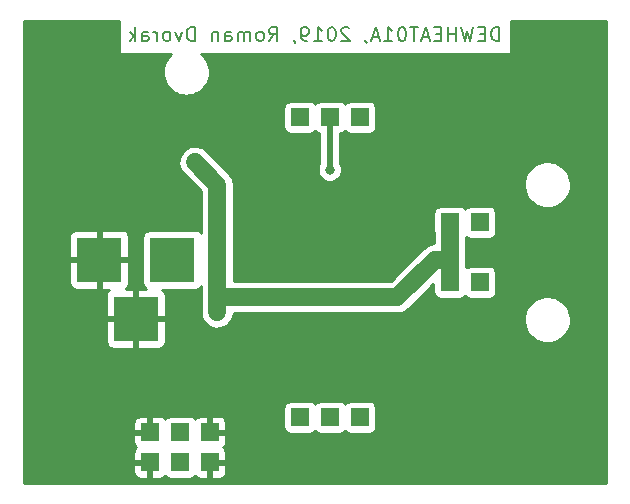
<source format=gbr>
G04 #@! TF.GenerationSoftware,KiCad,Pcbnew,5.99.0-unknown-d20d310~100~ubuntu19.10.1*
G04 #@! TF.CreationDate,2019-12-12T13:35:59+01:00*
G04 #@! TF.ProjectId,DEWHEAT,44455748-4541-4542-9e6b-696361645f70,rev?*
G04 #@! TF.SameCoordinates,Original*
G04 #@! TF.FileFunction,Copper,L2,Bot*
G04 #@! TF.FilePolarity,Positive*
%FSLAX46Y46*%
G04 Gerber Fmt 4.6, Leading zero omitted, Abs format (unit mm)*
G04 Created by KiCad (PCBNEW 5.99.0-unknown-d20d310~100~ubuntu19.10.1) date 2019-12-12 13:35:59*
%MOMM*%
%LPD*%
G04 APERTURE LIST*
%ADD10C,0.200000*%
%ADD11R,3.810000X3.810000*%
%ADD12R,1.524000X1.524000*%
%ADD13C,6.000000*%
%ADD14C,0.800000*%
%ADD15C,0.500000*%
%ADD16C,1.500000*%
%ADD17C,0.254000*%
G04 APERTURE END LIST*
D10*
X107040000Y-50707857D02*
X107040000Y-49507857D01*
X106754285Y-49507857D01*
X106582857Y-49565000D01*
X106468571Y-49679285D01*
X106411428Y-49793571D01*
X106354285Y-50022142D01*
X106354285Y-50193571D01*
X106411428Y-50422142D01*
X106468571Y-50536428D01*
X106582857Y-50650714D01*
X106754285Y-50707857D01*
X107040000Y-50707857D01*
X105840000Y-50079285D02*
X105440000Y-50079285D01*
X105268571Y-50707857D02*
X105840000Y-50707857D01*
X105840000Y-49507857D01*
X105268571Y-49507857D01*
X104868571Y-49507857D02*
X104582857Y-50707857D01*
X104354285Y-49850714D01*
X104125714Y-50707857D01*
X103840000Y-49507857D01*
X103382857Y-50707857D02*
X103382857Y-49507857D01*
X103382857Y-50079285D02*
X102697142Y-50079285D01*
X102697142Y-50707857D02*
X102697142Y-49507857D01*
X102125714Y-50079285D02*
X101725714Y-50079285D01*
X101554285Y-50707857D02*
X102125714Y-50707857D01*
X102125714Y-49507857D01*
X101554285Y-49507857D01*
X101097142Y-50365000D02*
X100525714Y-50365000D01*
X101211428Y-50707857D02*
X100811428Y-49507857D01*
X100411428Y-50707857D01*
X100182857Y-49507857D02*
X99497142Y-49507857D01*
X99840000Y-50707857D02*
X99840000Y-49507857D01*
X98868571Y-49507857D02*
X98754285Y-49507857D01*
X98640000Y-49565000D01*
X98582857Y-49622142D01*
X98525714Y-49736428D01*
X98468571Y-49965000D01*
X98468571Y-50250714D01*
X98525714Y-50479285D01*
X98582857Y-50593571D01*
X98640000Y-50650714D01*
X98754285Y-50707857D01*
X98868571Y-50707857D01*
X98982857Y-50650714D01*
X99040000Y-50593571D01*
X99097142Y-50479285D01*
X99154285Y-50250714D01*
X99154285Y-49965000D01*
X99097142Y-49736428D01*
X99040000Y-49622142D01*
X98982857Y-49565000D01*
X98868571Y-49507857D01*
X97325714Y-50707857D02*
X98011428Y-50707857D01*
X97668571Y-50707857D02*
X97668571Y-49507857D01*
X97782857Y-49679285D01*
X97897142Y-49793571D01*
X98011428Y-49850714D01*
X96868571Y-50365000D02*
X96297142Y-50365000D01*
X96982857Y-50707857D02*
X96582857Y-49507857D01*
X96182857Y-50707857D01*
X95725714Y-50650714D02*
X95725714Y-50707857D01*
X95782857Y-50822142D01*
X95840000Y-50879285D01*
X94354285Y-49622142D02*
X94297142Y-49565000D01*
X94182857Y-49507857D01*
X93897142Y-49507857D01*
X93782857Y-49565000D01*
X93725714Y-49622142D01*
X93668571Y-49736428D01*
X93668571Y-49850714D01*
X93725714Y-50022142D01*
X94411428Y-50707857D01*
X93668571Y-50707857D01*
X92925714Y-49507857D02*
X92811428Y-49507857D01*
X92697142Y-49565000D01*
X92640000Y-49622142D01*
X92582857Y-49736428D01*
X92525714Y-49965000D01*
X92525714Y-50250714D01*
X92582857Y-50479285D01*
X92640000Y-50593571D01*
X92697142Y-50650714D01*
X92811428Y-50707857D01*
X92925714Y-50707857D01*
X93040000Y-50650714D01*
X93097142Y-50593571D01*
X93154285Y-50479285D01*
X93211428Y-50250714D01*
X93211428Y-49965000D01*
X93154285Y-49736428D01*
X93097142Y-49622142D01*
X93040000Y-49565000D01*
X92925714Y-49507857D01*
X91382857Y-50707857D02*
X92068571Y-50707857D01*
X91725714Y-50707857D02*
X91725714Y-49507857D01*
X91840000Y-49679285D01*
X91954285Y-49793571D01*
X92068571Y-49850714D01*
X90811428Y-50707857D02*
X90582857Y-50707857D01*
X90468571Y-50650714D01*
X90411428Y-50593571D01*
X90297142Y-50422142D01*
X90240000Y-50193571D01*
X90240000Y-49736428D01*
X90297142Y-49622142D01*
X90354285Y-49565000D01*
X90468571Y-49507857D01*
X90697142Y-49507857D01*
X90811428Y-49565000D01*
X90868571Y-49622142D01*
X90925714Y-49736428D01*
X90925714Y-50022142D01*
X90868571Y-50136428D01*
X90811428Y-50193571D01*
X90697142Y-50250714D01*
X90468571Y-50250714D01*
X90354285Y-50193571D01*
X90297142Y-50136428D01*
X90240000Y-50022142D01*
X89668571Y-50650714D02*
X89668571Y-50707857D01*
X89725714Y-50822142D01*
X89782857Y-50879285D01*
X87554285Y-50707857D02*
X87954285Y-50136428D01*
X88240000Y-50707857D02*
X88240000Y-49507857D01*
X87782857Y-49507857D01*
X87668571Y-49565000D01*
X87611428Y-49622142D01*
X87554285Y-49736428D01*
X87554285Y-49907857D01*
X87611428Y-50022142D01*
X87668571Y-50079285D01*
X87782857Y-50136428D01*
X88240000Y-50136428D01*
X86868571Y-50707857D02*
X86982857Y-50650714D01*
X87040000Y-50593571D01*
X87097142Y-50479285D01*
X87097142Y-50136428D01*
X87040000Y-50022142D01*
X86982857Y-49965000D01*
X86868571Y-49907857D01*
X86697142Y-49907857D01*
X86582857Y-49965000D01*
X86525714Y-50022142D01*
X86468571Y-50136428D01*
X86468571Y-50479285D01*
X86525714Y-50593571D01*
X86582857Y-50650714D01*
X86697142Y-50707857D01*
X86868571Y-50707857D01*
X85954285Y-50707857D02*
X85954285Y-49907857D01*
X85954285Y-50022142D02*
X85897142Y-49965000D01*
X85782857Y-49907857D01*
X85611428Y-49907857D01*
X85497142Y-49965000D01*
X85440000Y-50079285D01*
X85440000Y-50707857D01*
X85440000Y-50079285D02*
X85382857Y-49965000D01*
X85268571Y-49907857D01*
X85097142Y-49907857D01*
X84982857Y-49965000D01*
X84925714Y-50079285D01*
X84925714Y-50707857D01*
X83840000Y-50707857D02*
X83840000Y-50079285D01*
X83897142Y-49965000D01*
X84011428Y-49907857D01*
X84240000Y-49907857D01*
X84354285Y-49965000D01*
X83840000Y-50650714D02*
X83954285Y-50707857D01*
X84240000Y-50707857D01*
X84354285Y-50650714D01*
X84411428Y-50536428D01*
X84411428Y-50422142D01*
X84354285Y-50307857D01*
X84240000Y-50250714D01*
X83954285Y-50250714D01*
X83840000Y-50193571D01*
X83268571Y-49907857D02*
X83268571Y-50707857D01*
X83268571Y-50022142D02*
X83211428Y-49965000D01*
X83097142Y-49907857D01*
X82925714Y-49907857D01*
X82811428Y-49965000D01*
X82754285Y-50079285D01*
X82754285Y-50707857D01*
X81268571Y-50707857D02*
X81268571Y-49507857D01*
X80982857Y-49507857D01*
X80811428Y-49565000D01*
X80697142Y-49679285D01*
X80640000Y-49793571D01*
X80582857Y-50022142D01*
X80582857Y-50193571D01*
X80640000Y-50422142D01*
X80697142Y-50536428D01*
X80811428Y-50650714D01*
X80982857Y-50707857D01*
X81268571Y-50707857D01*
X80182857Y-49907857D02*
X79897142Y-50707857D01*
X79611428Y-49907857D01*
X78982857Y-50707857D02*
X79097142Y-50650714D01*
X79154285Y-50593571D01*
X79211428Y-50479285D01*
X79211428Y-50136428D01*
X79154285Y-50022142D01*
X79097142Y-49965000D01*
X78982857Y-49907857D01*
X78811428Y-49907857D01*
X78697142Y-49965000D01*
X78640000Y-50022142D01*
X78582857Y-50136428D01*
X78582857Y-50479285D01*
X78640000Y-50593571D01*
X78697142Y-50650714D01*
X78811428Y-50707857D01*
X78982857Y-50707857D01*
X78068571Y-50707857D02*
X78068571Y-49907857D01*
X78068571Y-50136428D02*
X78011428Y-50022142D01*
X77954285Y-49965000D01*
X77840000Y-49907857D01*
X77725714Y-49907857D01*
X76811428Y-50707857D02*
X76811428Y-50079285D01*
X76868571Y-49965000D01*
X76982857Y-49907857D01*
X77211428Y-49907857D01*
X77325714Y-49965000D01*
X76811428Y-50650714D02*
X76925714Y-50707857D01*
X77211428Y-50707857D01*
X77325714Y-50650714D01*
X77382857Y-50536428D01*
X77382857Y-50422142D01*
X77325714Y-50307857D01*
X77211428Y-50250714D01*
X76925714Y-50250714D01*
X76811428Y-50193571D01*
X76240000Y-50707857D02*
X76240000Y-49507857D01*
X76125714Y-50250714D02*
X75782857Y-50707857D01*
X75782857Y-49907857D02*
X76240000Y-50365000D01*
D11*
X76275000Y-74215000D03*
X79375000Y-69215000D03*
X73175000Y-69215000D03*
D12*
X95250000Y-57150000D03*
X92710000Y-57150000D03*
X90170000Y-57150000D03*
X90170000Y-82550000D03*
X92710000Y-82550000D03*
X95250000Y-82550000D03*
D13*
X111760000Y-53340000D03*
X71120000Y-83820000D03*
X71120000Y-53340000D03*
X111760000Y-83820000D03*
D12*
X102870000Y-66040000D03*
X105410000Y-66040000D03*
X102870000Y-71120000D03*
X105410000Y-71120000D03*
X82550000Y-83820000D03*
X82550000Y-86360000D03*
X80010000Y-83820000D03*
X80010000Y-86360000D03*
X77470000Y-83820000D03*
X77470000Y-86360000D03*
D14*
X92710000Y-61587000D03*
X83185000Y-73660000D03*
X81280000Y-60960000D03*
X83185000Y-72390000D03*
X103505000Y-62865000D03*
X103505000Y-61595000D03*
X105410000Y-63500000D03*
X99060000Y-77470000D03*
X99060000Y-76200000D03*
X99060000Y-74930000D03*
D15*
X92710000Y-61587000D02*
X92710000Y-57150000D01*
X92710000Y-57150000D02*
X92710000Y-58412000D01*
D16*
X83185000Y-72390000D02*
X83185000Y-73660000D01*
X83185000Y-72390000D02*
X98425000Y-72390000D01*
X98425000Y-72390000D02*
X101600000Y-69215000D01*
X101600000Y-69215000D02*
X102870000Y-69215000D01*
X102870000Y-69215000D02*
X102870000Y-70485000D01*
X102870000Y-69215000D02*
X102870000Y-67390001D01*
X102870000Y-67390001D02*
X102870000Y-66040000D01*
X83185000Y-62865000D02*
X81280000Y-60960000D01*
X83185000Y-72390000D02*
X83185000Y-62865000D01*
G36*
X74820286Y-51817000D02*
G01*
X79274647Y-51817000D01*
X79097488Y-51980763D01*
X78916487Y-52204679D01*
X78769707Y-52452379D01*
X78660221Y-52718672D01*
X78590322Y-52997981D01*
X78561475Y-53284456D01*
X78574286Y-53572093D01*
X78628483Y-53854869D01*
X78722935Y-54126859D01*
X78855659Y-54382365D01*
X79023878Y-54616036D01*
X79224067Y-54822976D01*
X79452032Y-54998849D01*
X79702997Y-55139973D01*
X79971706Y-55243389D01*
X80252529Y-55306933D01*
X80539584Y-55329272D01*
X80826857Y-55309941D01*
X81108330Y-55249341D01*
X81378107Y-55148744D01*
X81630537Y-55010256D01*
X81860331Y-54836780D01*
X82062676Y-54631948D01*
X82233333Y-54400051D01*
X82368726Y-54145948D01*
X82466020Y-53874962D01*
X82523517Y-53591088D01*
X82534455Y-53199467D01*
X82492894Y-52912827D01*
X82410879Y-52636832D01*
X82289881Y-52375568D01*
X82132435Y-52134507D01*
X81941840Y-51918700D01*
X81821708Y-51817000D01*
X108059715Y-51817000D01*
X108059715Y-49021000D01*
X116079000Y-49021000D01*
X116079000Y-88139000D01*
X66801000Y-88139000D01*
X66801000Y-86488000D01*
X76066163Y-86488000D01*
X76066163Y-87138588D01*
X76146795Y-87439512D01*
X76294185Y-87615165D01*
X76487814Y-87726956D01*
X76696976Y-87763837D01*
X77342000Y-87763837D01*
X77342000Y-86488000D01*
X76066163Y-86488000D01*
X66801000Y-86488000D01*
X66801000Y-83948000D01*
X76066163Y-83948000D01*
X76066163Y-84598588D01*
X76146795Y-84899512D01*
X76294185Y-85075165D01*
X76324146Y-85092463D01*
X76214835Y-85184185D01*
X76103044Y-85377814D01*
X76066163Y-85586976D01*
X76066163Y-86232000D01*
X77598000Y-86232000D01*
X77598000Y-87763837D01*
X78248588Y-87763837D01*
X78549512Y-87683205D01*
X78725165Y-87535815D01*
X78742463Y-87505854D01*
X78834185Y-87615165D01*
X79027814Y-87726956D01*
X79236976Y-87763837D01*
X80788588Y-87763837D01*
X81089512Y-87683205D01*
X81265165Y-87535815D01*
X81282463Y-87505854D01*
X81374185Y-87615165D01*
X81567814Y-87726956D01*
X81776976Y-87763837D01*
X82422000Y-87763837D01*
X82422000Y-86488000D01*
X82678000Y-86488000D01*
X82678000Y-87763837D01*
X83328588Y-87763837D01*
X83629512Y-87683205D01*
X83805165Y-87535815D01*
X83916956Y-87342186D01*
X83953837Y-87133024D01*
X83953837Y-86488000D01*
X82678000Y-86488000D01*
X82422000Y-86488000D01*
X82422000Y-86232000D01*
X83953837Y-86232000D01*
X83953837Y-85581412D01*
X83873205Y-85280489D01*
X83725815Y-85104835D01*
X83695854Y-85087537D01*
X83805165Y-84995815D01*
X83916956Y-84802186D01*
X83953837Y-84593024D01*
X83953837Y-83948000D01*
X82422000Y-83948000D01*
X82422000Y-82416163D01*
X82678000Y-82416163D01*
X82678000Y-83692000D01*
X83953837Y-83692000D01*
X83953837Y-83041412D01*
X83873205Y-82740489D01*
X83725815Y-82564835D01*
X83532186Y-82453044D01*
X83323024Y-82416163D01*
X82678000Y-82416163D01*
X82422000Y-82416163D01*
X81771412Y-82416163D01*
X81470489Y-82496795D01*
X81294835Y-82644185D01*
X81277537Y-82674146D01*
X81185815Y-82564835D01*
X80992186Y-82453044D01*
X80783024Y-82416163D01*
X79231412Y-82416163D01*
X78930489Y-82496795D01*
X78754835Y-82644185D01*
X78737537Y-82674146D01*
X78645815Y-82564835D01*
X78452186Y-82453044D01*
X78243024Y-82416163D01*
X77598000Y-82416163D01*
X77598000Y-83948000D01*
X76066163Y-83948000D01*
X66801000Y-83948000D01*
X66801000Y-83046976D01*
X76066163Y-83046976D01*
X76066163Y-83692000D01*
X77342000Y-83692000D01*
X77342000Y-82416163D01*
X76691412Y-82416163D01*
X76390489Y-82496795D01*
X76214835Y-82644185D01*
X76103044Y-82837814D01*
X76066163Y-83046976D01*
X66801000Y-83046976D01*
X66801000Y-81776976D01*
X88766163Y-81776976D01*
X88766163Y-83328588D01*
X88846795Y-83629512D01*
X88994185Y-83805165D01*
X89187814Y-83916956D01*
X89396976Y-83953837D01*
X90948588Y-83953837D01*
X91249512Y-83873205D01*
X91425165Y-83725815D01*
X91442463Y-83695854D01*
X91534185Y-83805165D01*
X91727814Y-83916956D01*
X91936976Y-83953837D01*
X93488588Y-83953837D01*
X93789512Y-83873205D01*
X93965165Y-83725815D01*
X93982463Y-83695854D01*
X94074185Y-83805165D01*
X94267814Y-83916956D01*
X94476976Y-83953837D01*
X96028588Y-83953837D01*
X96329512Y-83873205D01*
X96505165Y-83725815D01*
X96616956Y-83532186D01*
X96653837Y-83323024D01*
X96653837Y-81771412D01*
X96573205Y-81470489D01*
X96425815Y-81294835D01*
X96232186Y-81183044D01*
X96023024Y-81146163D01*
X94471412Y-81146163D01*
X94170489Y-81226795D01*
X93994835Y-81374185D01*
X93977537Y-81404146D01*
X93885815Y-81294835D01*
X93692186Y-81183044D01*
X93483024Y-81146163D01*
X91931412Y-81146163D01*
X91630489Y-81226795D01*
X91454835Y-81374185D01*
X91437537Y-81404146D01*
X91345815Y-81294835D01*
X91152186Y-81183044D01*
X90943024Y-81146163D01*
X89391412Y-81146163D01*
X89090489Y-81226795D01*
X88914835Y-81374185D01*
X88803044Y-81567814D01*
X88766163Y-81776976D01*
X66801000Y-81776976D01*
X66801000Y-74343000D01*
X73728163Y-74343000D01*
X73728163Y-76136588D01*
X73808795Y-76437512D01*
X73956185Y-76613165D01*
X74149814Y-76724956D01*
X74358976Y-76761837D01*
X76147000Y-76761837D01*
X76147000Y-74343000D01*
X76403000Y-74343000D01*
X76403000Y-76761837D01*
X78196588Y-76761837D01*
X78497512Y-76681205D01*
X78673165Y-76533815D01*
X78784956Y-76340186D01*
X78821837Y-76131024D01*
X78821837Y-74343000D01*
X76403000Y-74343000D01*
X76147000Y-74343000D01*
X73728163Y-74343000D01*
X66801000Y-74343000D01*
X66801000Y-69343000D01*
X70628163Y-69343000D01*
X70628163Y-71136588D01*
X70708795Y-71437512D01*
X70856185Y-71613165D01*
X71049814Y-71724956D01*
X71258976Y-71761837D01*
X73047000Y-71761837D01*
X73047000Y-69343000D01*
X73303000Y-69343000D01*
X73303000Y-71761837D01*
X74036946Y-71761837D01*
X73876835Y-71896185D01*
X73765044Y-72089814D01*
X73728163Y-72298976D01*
X73728163Y-74087000D01*
X76147000Y-74087000D01*
X76147000Y-71668163D01*
X76403000Y-71668163D01*
X76403000Y-74087000D01*
X78821837Y-74087000D01*
X78821837Y-72293412D01*
X78741205Y-71992489D01*
X78593815Y-71816835D01*
X78498555Y-71761837D01*
X81296588Y-71761837D01*
X81597512Y-71681205D01*
X81773165Y-71533815D01*
X81801000Y-71485603D01*
X81801000Y-72276120D01*
X81795012Y-72312288D01*
X81801000Y-72426533D01*
X81801000Y-73735099D01*
X81825317Y-73958946D01*
X81921230Y-74243944D01*
X82076106Y-74501698D01*
X82282715Y-74720182D01*
X82531423Y-74889203D01*
X82810622Y-75000874D01*
X83107289Y-75049988D01*
X83407580Y-75034250D01*
X83697488Y-74954396D01*
X83963485Y-74814151D01*
X84193162Y-74620059D01*
X84375802Y-74381175D01*
X84441886Y-74239456D01*
X109136475Y-74239456D01*
X109149286Y-74527093D01*
X109203483Y-74809869D01*
X109297935Y-75081859D01*
X109430659Y-75337365D01*
X109598878Y-75571036D01*
X109799067Y-75777976D01*
X110027032Y-75953849D01*
X110277997Y-76094973D01*
X110546706Y-76198389D01*
X110827529Y-76261933D01*
X111114584Y-76284272D01*
X111401857Y-76264941D01*
X111683330Y-76204341D01*
X111953107Y-76103744D01*
X112205537Y-75965256D01*
X112435331Y-75791780D01*
X112637676Y-75586948D01*
X112808333Y-75355051D01*
X112943726Y-75100948D01*
X113041020Y-74829962D01*
X113098517Y-74546088D01*
X113109455Y-74154467D01*
X113067894Y-73867827D01*
X112985879Y-73591832D01*
X112864881Y-73330568D01*
X112707435Y-73089507D01*
X112516840Y-72873700D01*
X112297089Y-72687666D01*
X112052783Y-72535303D01*
X111789042Y-72419803D01*
X111511391Y-72343586D01*
X111225644Y-72308248D01*
X110937790Y-72314528D01*
X110653858Y-72362297D01*
X110379795Y-72450553D01*
X110121343Y-72577447D01*
X109883917Y-72740321D01*
X109672488Y-72935763D01*
X109491487Y-73159679D01*
X109344707Y-73407379D01*
X109235221Y-73673672D01*
X109165322Y-73952981D01*
X109136475Y-74239456D01*
X84441886Y-74239456D01*
X84504395Y-74105407D01*
X84559259Y-73774000D01*
X98366822Y-73774000D01*
X98459013Y-73781741D01*
X98591223Y-73764101D01*
X98723946Y-73749683D01*
X98740146Y-73744230D01*
X98757075Y-73741972D01*
X98882418Y-73696351D01*
X99008945Y-73653769D01*
X99023594Y-73644967D01*
X99043001Y-73637904D01*
X99082959Y-73609297D01*
X99266698Y-73498895D01*
X99358723Y-73411870D01*
X99364625Y-73407646D01*
X99389538Y-73382732D01*
X99485182Y-73292286D01*
X99496206Y-73276064D01*
X101466163Y-71306108D01*
X101466163Y-71898588D01*
X101546795Y-72199512D01*
X101694185Y-72375165D01*
X101887814Y-72486956D01*
X102096976Y-72523837D01*
X103648588Y-72523837D01*
X103949512Y-72443205D01*
X104125165Y-72295815D01*
X104142463Y-72265854D01*
X104234185Y-72375165D01*
X104427814Y-72486956D01*
X104636976Y-72523837D01*
X106188588Y-72523837D01*
X106489512Y-72443205D01*
X106665165Y-72295815D01*
X106776956Y-72102186D01*
X106813837Y-71893024D01*
X106813837Y-70341412D01*
X106733205Y-70040489D01*
X106585815Y-69864835D01*
X106392186Y-69753044D01*
X106183024Y-69716163D01*
X104631412Y-69716163D01*
X104330489Y-69796795D01*
X104254000Y-69860976D01*
X104254000Y-69328880D01*
X104259988Y-69292712D01*
X104254000Y-69178467D01*
X104254000Y-67306605D01*
X104427814Y-67406956D01*
X104636976Y-67443837D01*
X106188588Y-67443837D01*
X106489512Y-67363205D01*
X106665165Y-67215815D01*
X106776956Y-67022186D01*
X106813837Y-66813024D01*
X106813837Y-65261412D01*
X106733205Y-64960489D01*
X106585815Y-64784835D01*
X106392186Y-64673044D01*
X106183024Y-64636163D01*
X104631412Y-64636163D01*
X104330489Y-64716795D01*
X104154835Y-64864185D01*
X104137537Y-64894146D01*
X104045815Y-64784835D01*
X103852186Y-64673044D01*
X103643024Y-64636163D01*
X102091412Y-64636163D01*
X101790489Y-64716795D01*
X101614835Y-64864185D01*
X101503044Y-65057814D01*
X101466163Y-65266976D01*
X101466163Y-66818588D01*
X101486000Y-66892622D01*
X101486000Y-67833931D01*
X101433771Y-67840899D01*
X101301052Y-67855318D01*
X101284857Y-67860768D01*
X101267925Y-67863027D01*
X101142582Y-67908649D01*
X101016054Y-67951231D01*
X101001408Y-67960032D01*
X100981997Y-67967096D01*
X100942037Y-67995706D01*
X100758302Y-68106105D01*
X100666278Y-68193129D01*
X100660373Y-68197355D01*
X100635444Y-68222285D01*
X100539818Y-68312714D01*
X100528796Y-68328933D01*
X97851730Y-71006000D01*
X84569000Y-71006000D01*
X84569000Y-62923177D01*
X84576741Y-62830986D01*
X84573869Y-62809456D01*
X109136475Y-62809456D01*
X109149286Y-63097093D01*
X109203483Y-63379869D01*
X109297935Y-63651859D01*
X109430659Y-63907365D01*
X109598878Y-64141036D01*
X109799067Y-64347976D01*
X110027032Y-64523849D01*
X110277997Y-64664973D01*
X110546706Y-64768389D01*
X110827529Y-64831933D01*
X111114584Y-64854272D01*
X111401857Y-64834941D01*
X111683330Y-64774341D01*
X111953107Y-64673744D01*
X112205537Y-64535256D01*
X112435331Y-64361780D01*
X112637676Y-64156948D01*
X112808333Y-63925051D01*
X112943726Y-63670948D01*
X113041020Y-63399962D01*
X113098517Y-63116088D01*
X113109455Y-62724467D01*
X113067894Y-62437827D01*
X112985879Y-62161832D01*
X112864881Y-61900568D01*
X112707435Y-61659507D01*
X112516840Y-61443700D01*
X112297089Y-61257666D01*
X112052783Y-61105303D01*
X111789042Y-60989803D01*
X111511391Y-60913586D01*
X111225644Y-60878248D01*
X110937790Y-60884528D01*
X110653858Y-60932297D01*
X110379795Y-61020553D01*
X110121343Y-61147447D01*
X109883917Y-61310321D01*
X109672488Y-61505763D01*
X109491487Y-61729679D01*
X109344707Y-61977379D01*
X109235221Y-62243672D01*
X109165322Y-62522981D01*
X109136475Y-62809456D01*
X84573869Y-62809456D01*
X84559101Y-62698774D01*
X84544683Y-62566054D01*
X84539230Y-62549854D01*
X84536972Y-62532925D01*
X84491353Y-62407589D01*
X84448769Y-62281054D01*
X84439968Y-62266408D01*
X84432904Y-62246997D01*
X84404294Y-62207037D01*
X84293895Y-62023302D01*
X84206871Y-61931278D01*
X84202645Y-61925373D01*
X84177715Y-61900444D01*
X84087286Y-61804818D01*
X84071067Y-61793796D01*
X82205532Y-59928261D01*
X82030054Y-59787174D01*
X81760709Y-59653469D01*
X81468937Y-59580723D01*
X81168351Y-59572326D01*
X80872972Y-59628673D01*
X80596585Y-59747133D01*
X80352082Y-59922180D01*
X80150872Y-60145647D01*
X80002341Y-60407108D01*
X79913420Y-60694365D01*
X79888259Y-60994013D01*
X79928028Y-61292076D01*
X80032097Y-61578002D01*
X80262360Y-61899630D01*
X81801001Y-63438272D01*
X81801001Y-66944575D01*
X81693815Y-66816835D01*
X81500186Y-66705044D01*
X81291024Y-66668163D01*
X77453412Y-66668163D01*
X77152489Y-66748795D01*
X76976835Y-66896185D01*
X76865044Y-67089814D01*
X76828163Y-67298976D01*
X76828163Y-71136588D01*
X76908795Y-71437512D01*
X77056185Y-71613165D01*
X77151445Y-71668163D01*
X76403000Y-71668163D01*
X76147000Y-71668163D01*
X75413055Y-71668163D01*
X75573165Y-71533815D01*
X75684956Y-71340186D01*
X75721837Y-71131024D01*
X75721837Y-69343000D01*
X73303000Y-69343000D01*
X73047000Y-69343000D01*
X70628163Y-69343000D01*
X66801000Y-69343000D01*
X66801000Y-67298976D01*
X70628163Y-67298976D01*
X70628163Y-69087000D01*
X73047000Y-69087000D01*
X73047000Y-66668163D01*
X73303000Y-66668163D01*
X73303000Y-69087000D01*
X75721837Y-69087000D01*
X75721837Y-67293412D01*
X75641205Y-66992489D01*
X75493815Y-66816835D01*
X75300186Y-66705044D01*
X75091024Y-66668163D01*
X73303000Y-66668163D01*
X73047000Y-66668163D01*
X71253412Y-66668163D01*
X70952489Y-66748795D01*
X70776835Y-66896185D01*
X70665044Y-67089814D01*
X70628163Y-67298976D01*
X66801000Y-67298976D01*
X66801000Y-56376976D01*
X88766163Y-56376976D01*
X88766163Y-57928588D01*
X88846795Y-58229512D01*
X88994185Y-58405165D01*
X89187814Y-58516956D01*
X89396976Y-58553837D01*
X90948588Y-58553837D01*
X91249512Y-58473205D01*
X91425165Y-58325815D01*
X91442463Y-58295854D01*
X91534185Y-58405165D01*
X91727814Y-58516956D01*
X91826001Y-58534269D01*
X91826000Y-61050133D01*
X91746466Y-61187891D01*
X91676000Y-61450872D01*
X91676000Y-61723128D01*
X91746466Y-61986109D01*
X91882594Y-62221891D01*
X92075109Y-62414406D01*
X92310891Y-62550534D01*
X92573872Y-62621000D01*
X92846128Y-62621000D01*
X93109109Y-62550534D01*
X93344891Y-62414406D01*
X93537406Y-62221891D01*
X93673534Y-61986109D01*
X93744000Y-61723128D01*
X93744000Y-61450872D01*
X93673534Y-61187891D01*
X93594000Y-61050133D01*
X93594000Y-58525592D01*
X93789512Y-58473205D01*
X93965165Y-58325815D01*
X93982463Y-58295854D01*
X94074185Y-58405165D01*
X94267814Y-58516956D01*
X94476976Y-58553837D01*
X96028588Y-58553837D01*
X96329512Y-58473205D01*
X96505165Y-58325815D01*
X96616956Y-58132186D01*
X96653837Y-57923024D01*
X96653837Y-56371412D01*
X96573205Y-56070489D01*
X96425815Y-55894835D01*
X96232186Y-55783044D01*
X96023024Y-55746163D01*
X94471412Y-55746163D01*
X94170489Y-55826795D01*
X93994835Y-55974185D01*
X93977537Y-56004146D01*
X93885815Y-55894835D01*
X93692186Y-55783044D01*
X93483024Y-55746163D01*
X91931412Y-55746163D01*
X91630489Y-55826795D01*
X91454835Y-55974185D01*
X91437537Y-56004146D01*
X91345815Y-55894835D01*
X91152186Y-55783044D01*
X90943024Y-55746163D01*
X89391412Y-55746163D01*
X89090489Y-55826795D01*
X88914835Y-55974185D01*
X88803044Y-56167814D01*
X88766163Y-56376976D01*
X66801000Y-56376976D01*
X66801000Y-49021000D01*
X74820286Y-49021000D01*
X74820286Y-51817000D01*
G37*
D17*
X74820286Y-51817000D02*
X79274647Y-51817000D01*
X79097488Y-51980763D01*
X78916487Y-52204679D01*
X78769707Y-52452379D01*
X78660221Y-52718672D01*
X78590322Y-52997981D01*
X78561475Y-53284456D01*
X78574286Y-53572093D01*
X78628483Y-53854869D01*
X78722935Y-54126859D01*
X78855659Y-54382365D01*
X79023878Y-54616036D01*
X79224067Y-54822976D01*
X79452032Y-54998849D01*
X79702997Y-55139973D01*
X79971706Y-55243389D01*
X80252529Y-55306933D01*
X80539584Y-55329272D01*
X80826857Y-55309941D01*
X81108330Y-55249341D01*
X81378107Y-55148744D01*
X81630537Y-55010256D01*
X81860331Y-54836780D01*
X82062676Y-54631948D01*
X82233333Y-54400051D01*
X82368726Y-54145948D01*
X82466020Y-53874962D01*
X82523517Y-53591088D01*
X82534455Y-53199467D01*
X82492894Y-52912827D01*
X82410879Y-52636832D01*
X82289881Y-52375568D01*
X82132435Y-52134507D01*
X81941840Y-51918700D01*
X81821708Y-51817000D01*
X108059715Y-51817000D01*
X108059715Y-49021000D01*
X116079000Y-49021000D01*
X116079000Y-88139000D01*
X66801000Y-88139000D01*
X66801000Y-86488000D01*
X76066163Y-86488000D01*
X76066163Y-87138588D01*
X76146795Y-87439512D01*
X76294185Y-87615165D01*
X76487814Y-87726956D01*
X76696976Y-87763837D01*
X77342000Y-87763837D01*
X77342000Y-86488000D01*
X76066163Y-86488000D01*
X66801000Y-86488000D01*
X66801000Y-83948000D01*
X76066163Y-83948000D01*
X76066163Y-84598588D01*
X76146795Y-84899512D01*
X76294185Y-85075165D01*
X76324146Y-85092463D01*
X76214835Y-85184185D01*
X76103044Y-85377814D01*
X76066163Y-85586976D01*
X76066163Y-86232000D01*
X77598000Y-86232000D01*
X77598000Y-87763837D01*
X78248588Y-87763837D01*
X78549512Y-87683205D01*
X78725165Y-87535815D01*
X78742463Y-87505854D01*
X78834185Y-87615165D01*
X79027814Y-87726956D01*
X79236976Y-87763837D01*
X80788588Y-87763837D01*
X81089512Y-87683205D01*
X81265165Y-87535815D01*
X81282463Y-87505854D01*
X81374185Y-87615165D01*
X81567814Y-87726956D01*
X81776976Y-87763837D01*
X82422000Y-87763837D01*
X82422000Y-86488000D01*
X82678000Y-86488000D01*
X82678000Y-87763837D01*
X83328588Y-87763837D01*
X83629512Y-87683205D01*
X83805165Y-87535815D01*
X83916956Y-87342186D01*
X83953837Y-87133024D01*
X83953837Y-86488000D01*
X82678000Y-86488000D01*
X82422000Y-86488000D01*
X82422000Y-86232000D01*
X83953837Y-86232000D01*
X83953837Y-85581412D01*
X83873205Y-85280489D01*
X83725815Y-85104835D01*
X83695854Y-85087537D01*
X83805165Y-84995815D01*
X83916956Y-84802186D01*
X83953837Y-84593024D01*
X83953837Y-83948000D01*
X82422000Y-83948000D01*
X82422000Y-82416163D01*
X82678000Y-82416163D01*
X82678000Y-83692000D01*
X83953837Y-83692000D01*
X83953837Y-83041412D01*
X83873205Y-82740489D01*
X83725815Y-82564835D01*
X83532186Y-82453044D01*
X83323024Y-82416163D01*
X82678000Y-82416163D01*
X82422000Y-82416163D01*
X81771412Y-82416163D01*
X81470489Y-82496795D01*
X81294835Y-82644185D01*
X81277537Y-82674146D01*
X81185815Y-82564835D01*
X80992186Y-82453044D01*
X80783024Y-82416163D01*
X79231412Y-82416163D01*
X78930489Y-82496795D01*
X78754835Y-82644185D01*
X78737537Y-82674146D01*
X78645815Y-82564835D01*
X78452186Y-82453044D01*
X78243024Y-82416163D01*
X77598000Y-82416163D01*
X77598000Y-83948000D01*
X76066163Y-83948000D01*
X66801000Y-83948000D01*
X66801000Y-83046976D01*
X76066163Y-83046976D01*
X76066163Y-83692000D01*
X77342000Y-83692000D01*
X77342000Y-82416163D01*
X76691412Y-82416163D01*
X76390489Y-82496795D01*
X76214835Y-82644185D01*
X76103044Y-82837814D01*
X76066163Y-83046976D01*
X66801000Y-83046976D01*
X66801000Y-81776976D01*
X88766163Y-81776976D01*
X88766163Y-83328588D01*
X88846795Y-83629512D01*
X88994185Y-83805165D01*
X89187814Y-83916956D01*
X89396976Y-83953837D01*
X90948588Y-83953837D01*
X91249512Y-83873205D01*
X91425165Y-83725815D01*
X91442463Y-83695854D01*
X91534185Y-83805165D01*
X91727814Y-83916956D01*
X91936976Y-83953837D01*
X93488588Y-83953837D01*
X93789512Y-83873205D01*
X93965165Y-83725815D01*
X93982463Y-83695854D01*
X94074185Y-83805165D01*
X94267814Y-83916956D01*
X94476976Y-83953837D01*
X96028588Y-83953837D01*
X96329512Y-83873205D01*
X96505165Y-83725815D01*
X96616956Y-83532186D01*
X96653837Y-83323024D01*
X96653837Y-81771412D01*
X96573205Y-81470489D01*
X96425815Y-81294835D01*
X96232186Y-81183044D01*
X96023024Y-81146163D01*
X94471412Y-81146163D01*
X94170489Y-81226795D01*
X93994835Y-81374185D01*
X93977537Y-81404146D01*
X93885815Y-81294835D01*
X93692186Y-81183044D01*
X93483024Y-81146163D01*
X91931412Y-81146163D01*
X91630489Y-81226795D01*
X91454835Y-81374185D01*
X91437537Y-81404146D01*
X91345815Y-81294835D01*
X91152186Y-81183044D01*
X90943024Y-81146163D01*
X89391412Y-81146163D01*
X89090489Y-81226795D01*
X88914835Y-81374185D01*
X88803044Y-81567814D01*
X88766163Y-81776976D01*
X66801000Y-81776976D01*
X66801000Y-74343000D01*
X73728163Y-74343000D01*
X73728163Y-76136588D01*
X73808795Y-76437512D01*
X73956185Y-76613165D01*
X74149814Y-76724956D01*
X74358976Y-76761837D01*
X76147000Y-76761837D01*
X76147000Y-74343000D01*
X76403000Y-74343000D01*
X76403000Y-76761837D01*
X78196588Y-76761837D01*
X78497512Y-76681205D01*
X78673165Y-76533815D01*
X78784956Y-76340186D01*
X78821837Y-76131024D01*
X78821837Y-74343000D01*
X76403000Y-74343000D01*
X76147000Y-74343000D01*
X73728163Y-74343000D01*
X66801000Y-74343000D01*
X66801000Y-69343000D01*
X70628163Y-69343000D01*
X70628163Y-71136588D01*
X70708795Y-71437512D01*
X70856185Y-71613165D01*
X71049814Y-71724956D01*
X71258976Y-71761837D01*
X73047000Y-71761837D01*
X73047000Y-69343000D01*
X73303000Y-69343000D01*
X73303000Y-71761837D01*
X74036946Y-71761837D01*
X73876835Y-71896185D01*
X73765044Y-72089814D01*
X73728163Y-72298976D01*
X73728163Y-74087000D01*
X76147000Y-74087000D01*
X76147000Y-71668163D01*
X76403000Y-71668163D01*
X76403000Y-74087000D01*
X78821837Y-74087000D01*
X78821837Y-72293412D01*
X78741205Y-71992489D01*
X78593815Y-71816835D01*
X78498555Y-71761837D01*
X81296588Y-71761837D01*
X81597512Y-71681205D01*
X81773165Y-71533815D01*
X81801000Y-71485603D01*
X81801000Y-72276120D01*
X81795012Y-72312288D01*
X81801000Y-72426533D01*
X81801000Y-73735099D01*
X81825317Y-73958946D01*
X81921230Y-74243944D01*
X82076106Y-74501698D01*
X82282715Y-74720182D01*
X82531423Y-74889203D01*
X82810622Y-75000874D01*
X83107289Y-75049988D01*
X83407580Y-75034250D01*
X83697488Y-74954396D01*
X83963485Y-74814151D01*
X84193162Y-74620059D01*
X84375802Y-74381175D01*
X84441886Y-74239456D01*
X109136475Y-74239456D01*
X109149286Y-74527093D01*
X109203483Y-74809869D01*
X109297935Y-75081859D01*
X109430659Y-75337365D01*
X109598878Y-75571036D01*
X109799067Y-75777976D01*
X110027032Y-75953849D01*
X110277997Y-76094973D01*
X110546706Y-76198389D01*
X110827529Y-76261933D01*
X111114584Y-76284272D01*
X111401857Y-76264941D01*
X111683330Y-76204341D01*
X111953107Y-76103744D01*
X112205537Y-75965256D01*
X112435331Y-75791780D01*
X112637676Y-75586948D01*
X112808333Y-75355051D01*
X112943726Y-75100948D01*
X113041020Y-74829962D01*
X113098517Y-74546088D01*
X113109455Y-74154467D01*
X113067894Y-73867827D01*
X112985879Y-73591832D01*
X112864881Y-73330568D01*
X112707435Y-73089507D01*
X112516840Y-72873700D01*
X112297089Y-72687666D01*
X112052783Y-72535303D01*
X111789042Y-72419803D01*
X111511391Y-72343586D01*
X111225644Y-72308248D01*
X110937790Y-72314528D01*
X110653858Y-72362297D01*
X110379795Y-72450553D01*
X110121343Y-72577447D01*
X109883917Y-72740321D01*
X109672488Y-72935763D01*
X109491487Y-73159679D01*
X109344707Y-73407379D01*
X109235221Y-73673672D01*
X109165322Y-73952981D01*
X109136475Y-74239456D01*
X84441886Y-74239456D01*
X84504395Y-74105407D01*
X84559259Y-73774000D01*
X98366822Y-73774000D01*
X98459013Y-73781741D01*
X98591223Y-73764101D01*
X98723946Y-73749683D01*
X98740146Y-73744230D01*
X98757075Y-73741972D01*
X98882418Y-73696351D01*
X99008945Y-73653769D01*
X99023594Y-73644967D01*
X99043001Y-73637904D01*
X99082959Y-73609297D01*
X99266698Y-73498895D01*
X99358723Y-73411870D01*
X99364625Y-73407646D01*
X99389538Y-73382732D01*
X99485182Y-73292286D01*
X99496206Y-73276064D01*
X101466163Y-71306108D01*
X101466163Y-71898588D01*
X101546795Y-72199512D01*
X101694185Y-72375165D01*
X101887814Y-72486956D01*
X102096976Y-72523837D01*
X103648588Y-72523837D01*
X103949512Y-72443205D01*
X104125165Y-72295815D01*
X104142463Y-72265854D01*
X104234185Y-72375165D01*
X104427814Y-72486956D01*
X104636976Y-72523837D01*
X106188588Y-72523837D01*
X106489512Y-72443205D01*
X106665165Y-72295815D01*
X106776956Y-72102186D01*
X106813837Y-71893024D01*
X106813837Y-70341412D01*
X106733205Y-70040489D01*
X106585815Y-69864835D01*
X106392186Y-69753044D01*
X106183024Y-69716163D01*
X104631412Y-69716163D01*
X104330489Y-69796795D01*
X104254000Y-69860976D01*
X104254000Y-69328880D01*
X104259988Y-69292712D01*
X104254000Y-69178467D01*
X104254000Y-67306605D01*
X104427814Y-67406956D01*
X104636976Y-67443837D01*
X106188588Y-67443837D01*
X106489512Y-67363205D01*
X106665165Y-67215815D01*
X106776956Y-67022186D01*
X106813837Y-66813024D01*
X106813837Y-65261412D01*
X106733205Y-64960489D01*
X106585815Y-64784835D01*
X106392186Y-64673044D01*
X106183024Y-64636163D01*
X104631412Y-64636163D01*
X104330489Y-64716795D01*
X104154835Y-64864185D01*
X104137537Y-64894146D01*
X104045815Y-64784835D01*
X103852186Y-64673044D01*
X103643024Y-64636163D01*
X102091412Y-64636163D01*
X101790489Y-64716795D01*
X101614835Y-64864185D01*
X101503044Y-65057814D01*
X101466163Y-65266976D01*
X101466163Y-66818588D01*
X101486000Y-66892622D01*
X101486000Y-67833931D01*
X101433771Y-67840899D01*
X101301052Y-67855318D01*
X101284857Y-67860768D01*
X101267925Y-67863027D01*
X101142582Y-67908649D01*
X101016054Y-67951231D01*
X101001408Y-67960032D01*
X100981997Y-67967096D01*
X100942037Y-67995706D01*
X100758302Y-68106105D01*
X100666278Y-68193129D01*
X100660373Y-68197355D01*
X100635444Y-68222285D01*
X100539818Y-68312714D01*
X100528796Y-68328933D01*
X97851730Y-71006000D01*
X84569000Y-71006000D01*
X84569000Y-62923177D01*
X84576741Y-62830986D01*
X84573869Y-62809456D01*
X109136475Y-62809456D01*
X109149286Y-63097093D01*
X109203483Y-63379869D01*
X109297935Y-63651859D01*
X109430659Y-63907365D01*
X109598878Y-64141036D01*
X109799067Y-64347976D01*
X110027032Y-64523849D01*
X110277997Y-64664973D01*
X110546706Y-64768389D01*
X110827529Y-64831933D01*
X111114584Y-64854272D01*
X111401857Y-64834941D01*
X111683330Y-64774341D01*
X111953107Y-64673744D01*
X112205537Y-64535256D01*
X112435331Y-64361780D01*
X112637676Y-64156948D01*
X112808333Y-63925051D01*
X112943726Y-63670948D01*
X113041020Y-63399962D01*
X113098517Y-63116088D01*
X113109455Y-62724467D01*
X113067894Y-62437827D01*
X112985879Y-62161832D01*
X112864881Y-61900568D01*
X112707435Y-61659507D01*
X112516840Y-61443700D01*
X112297089Y-61257666D01*
X112052783Y-61105303D01*
X111789042Y-60989803D01*
X111511391Y-60913586D01*
X111225644Y-60878248D01*
X110937790Y-60884528D01*
X110653858Y-60932297D01*
X110379795Y-61020553D01*
X110121343Y-61147447D01*
X109883917Y-61310321D01*
X109672488Y-61505763D01*
X109491487Y-61729679D01*
X109344707Y-61977379D01*
X109235221Y-62243672D01*
X109165322Y-62522981D01*
X109136475Y-62809456D01*
X84573869Y-62809456D01*
X84559101Y-62698774D01*
X84544683Y-62566054D01*
X84539230Y-62549854D01*
X84536972Y-62532925D01*
X84491353Y-62407589D01*
X84448769Y-62281054D01*
X84439968Y-62266408D01*
X84432904Y-62246997D01*
X84404294Y-62207037D01*
X84293895Y-62023302D01*
X84206871Y-61931278D01*
X84202645Y-61925373D01*
X84177715Y-61900444D01*
X84087286Y-61804818D01*
X84071067Y-61793796D01*
X82205532Y-59928261D01*
X82030054Y-59787174D01*
X81760709Y-59653469D01*
X81468937Y-59580723D01*
X81168351Y-59572326D01*
X80872972Y-59628673D01*
X80596585Y-59747133D01*
X80352082Y-59922180D01*
X80150872Y-60145647D01*
X80002341Y-60407108D01*
X79913420Y-60694365D01*
X79888259Y-60994013D01*
X79928028Y-61292076D01*
X80032097Y-61578002D01*
X80262360Y-61899630D01*
X81801001Y-63438272D01*
X81801001Y-66944575D01*
X81693815Y-66816835D01*
X81500186Y-66705044D01*
X81291024Y-66668163D01*
X77453412Y-66668163D01*
X77152489Y-66748795D01*
X76976835Y-66896185D01*
X76865044Y-67089814D01*
X76828163Y-67298976D01*
X76828163Y-71136588D01*
X76908795Y-71437512D01*
X77056185Y-71613165D01*
X77151445Y-71668163D01*
X76403000Y-71668163D01*
X76147000Y-71668163D01*
X75413055Y-71668163D01*
X75573165Y-71533815D01*
X75684956Y-71340186D01*
X75721837Y-71131024D01*
X75721837Y-69343000D01*
X73303000Y-69343000D01*
X73047000Y-69343000D01*
X70628163Y-69343000D01*
X66801000Y-69343000D01*
X66801000Y-67298976D01*
X70628163Y-67298976D01*
X70628163Y-69087000D01*
X73047000Y-69087000D01*
X73047000Y-66668163D01*
X73303000Y-66668163D01*
X73303000Y-69087000D01*
X75721837Y-69087000D01*
X75721837Y-67293412D01*
X75641205Y-66992489D01*
X75493815Y-66816835D01*
X75300186Y-66705044D01*
X75091024Y-66668163D01*
X73303000Y-66668163D01*
X73047000Y-66668163D01*
X71253412Y-66668163D01*
X70952489Y-66748795D01*
X70776835Y-66896185D01*
X70665044Y-67089814D01*
X70628163Y-67298976D01*
X66801000Y-67298976D01*
X66801000Y-56376976D01*
X88766163Y-56376976D01*
X88766163Y-57928588D01*
X88846795Y-58229512D01*
X88994185Y-58405165D01*
X89187814Y-58516956D01*
X89396976Y-58553837D01*
X90948588Y-58553837D01*
X91249512Y-58473205D01*
X91425165Y-58325815D01*
X91442463Y-58295854D01*
X91534185Y-58405165D01*
X91727814Y-58516956D01*
X91826001Y-58534269D01*
X91826000Y-61050133D01*
X91746466Y-61187891D01*
X91676000Y-61450872D01*
X91676000Y-61723128D01*
X91746466Y-61986109D01*
X91882594Y-62221891D01*
X92075109Y-62414406D01*
X92310891Y-62550534D01*
X92573872Y-62621000D01*
X92846128Y-62621000D01*
X93109109Y-62550534D01*
X93344891Y-62414406D01*
X93537406Y-62221891D01*
X93673534Y-61986109D01*
X93744000Y-61723128D01*
X93744000Y-61450872D01*
X93673534Y-61187891D01*
X93594000Y-61050133D01*
X93594000Y-58525592D01*
X93789512Y-58473205D01*
X93965165Y-58325815D01*
X93982463Y-58295854D01*
X94074185Y-58405165D01*
X94267814Y-58516956D01*
X94476976Y-58553837D01*
X96028588Y-58553837D01*
X96329512Y-58473205D01*
X96505165Y-58325815D01*
X96616956Y-58132186D01*
X96653837Y-57923024D01*
X96653837Y-56371412D01*
X96573205Y-56070489D01*
X96425815Y-55894835D01*
X96232186Y-55783044D01*
X96023024Y-55746163D01*
X94471412Y-55746163D01*
X94170489Y-55826795D01*
X93994835Y-55974185D01*
X93977537Y-56004146D01*
X93885815Y-55894835D01*
X93692186Y-55783044D01*
X93483024Y-55746163D01*
X91931412Y-55746163D01*
X91630489Y-55826795D01*
X91454835Y-55974185D01*
X91437537Y-56004146D01*
X91345815Y-55894835D01*
X91152186Y-55783044D01*
X90943024Y-55746163D01*
X89391412Y-55746163D01*
X89090489Y-55826795D01*
X88914835Y-55974185D01*
X88803044Y-56167814D01*
X88766163Y-56376976D01*
X66801000Y-56376976D01*
X66801000Y-49021000D01*
X74820286Y-49021000D01*
X74820286Y-51817000D01*
M02*

</source>
